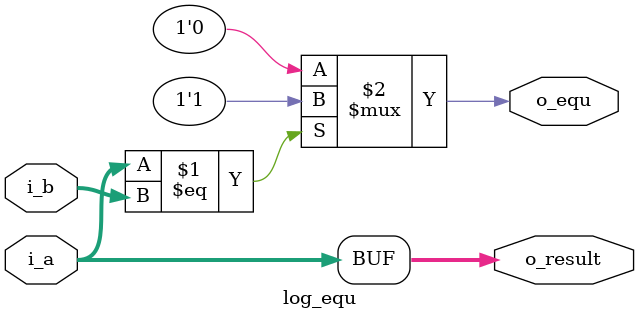
<source format=v>
module log_not(i_a, o_result);
    input [3:0] i_a;
    output [3:0] o_result;

    assign o_result = ~i_a;

endmodule

//与
module log_and(i_a, i_b, o_result);
    input [3:0] i_a;
    input [3:0] i_b;
    output [3:0] o_result;

    assign o_result = i_a & i_b;

endmodule

//或
module log_or(i_a, i_b, o_result);
    input [3:0] i_a;
    input [3:0] i_b;
    output [3:0] o_result;

    assign o_result = i_a | i_b;

endmodule

//异或
module log_xor(i_a, i_b, o_result);
    input [3:0] i_a;
    input [3:0] i_b;
    output [3:0] o_result;

    assign o_result = i_a ^ i_b;
endmodule

//比较大小
module log_max(i_a, i_b, o_max, o_result);
    input [3:0] i_a;
    input [3:0] i_b;
    output o_max;
    output [3:0] o_result;

    assign o_max = (i_a > i_b)?1'b1:1'b0;
    assign o_result = (i_a > i_b)?i_a:i_b;

endmodule

//相等
module log_equ(i_a, i_b, o_equ, o_result);
    input [3:0] i_a;
    input [3:0] i_b;
    output o_equ;
    output [3:0] o_result;

    assign o_equ = (i_a == i_b)?1'b1:1'b0;
    assign o_result = i_a;

endmodule
</source>
